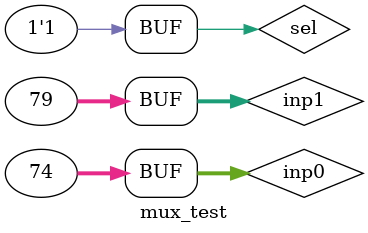
<source format=v>
`timescale 1ns / 1ps

module mux_test;
	reg [31:0] inp0;
	reg [31:0] inp1;
	reg sel;
	wire [31:0] out;

	mux uut (
		.inp0(inp0), 
		.inp1(inp1), 
		.sel(sel), 
		.out(out)
	);

	initial begin
		inp0 = 0;
		inp1 = 0;
		sel = 0;
		#100;
        
		inp0 = 74;
		inp1 = 79;
		sel = 0;
		# 10;
		
		inp0 = 75;
		# 10;
		
		inp1 = 76;
		# 10;
		
		sel = 1;
		# 10;
		
		inp0 = 74;
		# 10;
		
		inp1 = 79;
		# 10;

	end
      
endmodule


</source>
